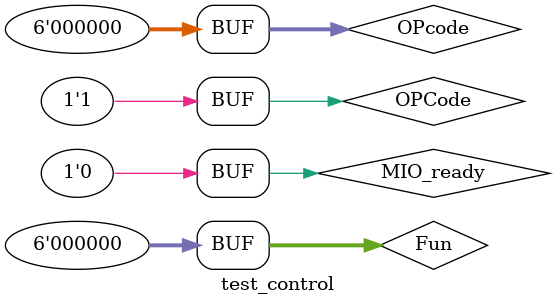
<source format=v>
`timescale 1ns / 1ps


module test_control;

	// Inputs
	reg [5:0] OPcode;
	reg [5:0] Fun;
	reg MIO_ready;

	// Outputs
	wire RegDst;
	wire ALUSrc_B;
	wire MemtoReg;
	wire Jump;
	wire Branch;
	wire RegWrite;
	wire mem_w;
	wire [2:0] ALU_Control;
	wire CPU_MIO;

	// Instantiate the Unit Under Test (UUT)
	SCPU_ctrl uut (
		.OPcode(OPcode), 
		.Fun(Fun), 
		.MIO_ready(MIO_ready), 
		.RegDst(RegDst), 
		.ALUSrc_B(ALUSrc_B), 
		.MemtoReg(MemtoReg), 
		.Jump(Jump), 
		.Branch(Branch), 
		.RegWrite(RegWrite), 
		.mem_w(mem_w), 
		.ALU_Control(ALU_Control), 
		.CPU_MIO(CPU_MIO)
	);

	initial begin
		// Initialize Inputs
		OPcode = 0;
		Fun = 0;
		MIO_ready = 0;

		// Wait 100 ns for global reset to finish
		#100;
        
		// Add stimulus here
		OPCode = 0;
		Fun = 0;
		MIO_ready = 0;
		#100;
		OPCode = 1;
		#200;
	end
      
endmodule


</source>
